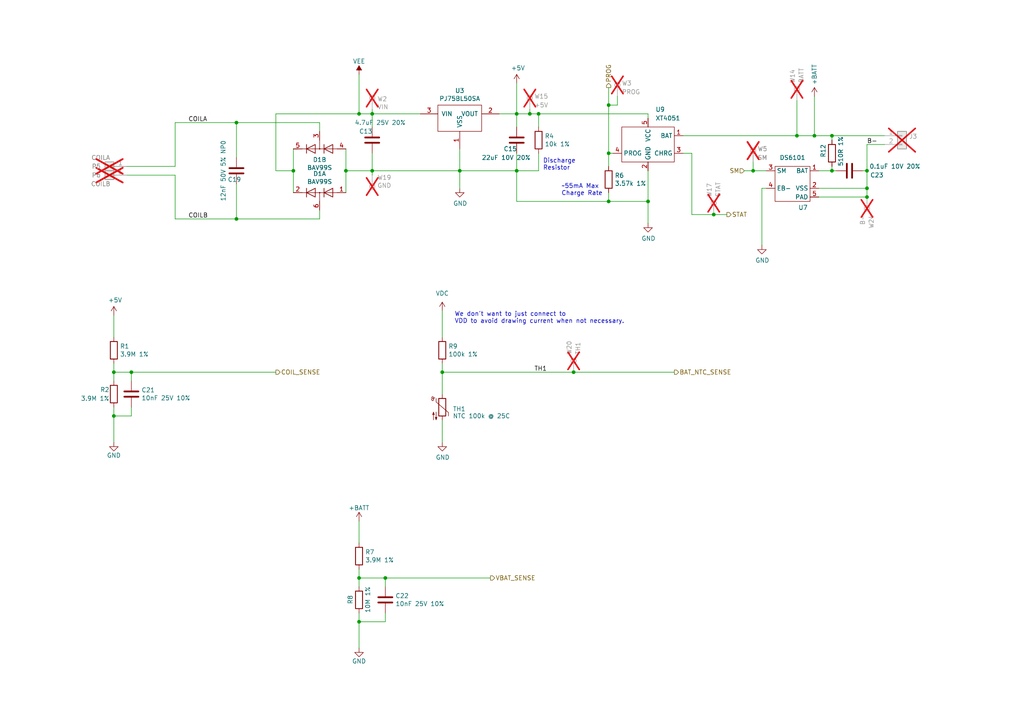
<source format=kicad_sch>
(kicad_sch (version 20250114) (generator "eeschema") (generator_version "9.0")
  (paper "A4")
  (title_block (title "Pixels D20 Schematic, Main") (date "2022-08-26") (rev "13") (company "Systemic Games, LLC") (comment 1 "Wireless Charging Circuitry"))
  (lib_symbols
    (symbol "Connector_Generic:Conn_01x01" (pin_names (offset 1.016) (hide yes))
      (property "Reference" "J" (at 0 2.54 0))
      (property "Value" "Conn_01x01" (at 0 -2.54 0))
      (symbol "Conn_01x01_1_1"
        (rectangle (start -1.27 1.27) (end 1.27 -1.27) (stroke (width 0.254)) (fill (type background)))
        (rectangle (start -1.27 0.127) (end 0 -0.127) (stroke (width 0.1524)))
        (pin passive line (at -5.08 0 0) (length 3.81) (name "Pin_1") (number "1"))
      )
    )
    (symbol "Connector_Generic:Conn_01x02" (pin_names (offset 1.016) (hide yes))
      (property "Reference" "J" (at 0 2.54 0))
      (property "Value" "Conn_01x02" (at 0 -5.08 0))
      (symbol "Conn_01x02_1_1"
        (rectangle (start -1.27 1.27) (end 1.27 -3.81) (stroke (width 0.254)) (fill (type background)))
        (rectangle (start -1.27 0.127) (end 0 -0.127) (stroke (width 0.1524)))
        (rectangle (start -1.27 -2.413) (end 0 -2.667) (stroke (width 0.1524)))
        (pin passive line (at -5.08 0 0) (length 3.81) (name "Pin_1") (number "1"))
        (pin passive line (at -5.08 -2.54 0) (length 3.81) (name "Pin_2") (number "2"))
      )
    )
    (symbol "Device:C" (pin_numbers (hide yes)) (pin_names (offset 0.254))
      (property "Reference" "C" (at 0.635 2.54 0))
      (property "Value" "C" (at 0.635 -2.54 0))
      (symbol "C_0_1"
        (polyline (pts (xy -2.032 0.762) (xy 2.032 0.762)) (stroke (width 0.508)))
        (polyline (pts (xy -2.032 -0.762) (xy 2.032 -0.762)) (stroke (width 0.508)))
      )
      (symbol "C_1_1"
        (pin passive line (at 0 3.81 270) (length 2.794) (name "~") (number "1"))
        (pin passive line (at 0 -3.81 90) (length 2.794) (name "~") (number "2"))
      )
    )
    (symbol "Device:R" (pin_numbers (hide yes)) (pin_names (offset 0))
      (property "Reference" "R" (at 2.032 0 90))
      (property "Value" "R" (at 0 0 90))
      (symbol "R_0_1"
        (rectangle (start -1.016 -2.54) (end 1.016 2.54) (stroke (width 0.254)))
      )
      (symbol "R_1_1"
        (pin passive line (at 0 3.81 270) (length 1.27) (name "~") (number "1"))
        (pin passive line (at 0 -3.81 90) (length 1.27) (name "~") (number "2"))
      )
    )
    (symbol "Device:Thermistor_NTC" (pin_numbers (hide yes)) (pin_names (offset 0))
      (property "Reference" "TH" (at -4.445 0 90))
      (property "Value" "Thermistor_NTC" (at 3.175 0 90))
      (symbol "Thermistor_NTC_0_1"
        (arc (start -3.175 2.413) (mid -3.0506 2.3165) (end -3.048 2.159))
        (arc (start -3.048 2.794) (mid -2.9736 2.9736) (end -2.794 3.048))
        (arc (start -2.794 3.048) (mid -2.6144 2.9736) (end -2.54 2.794))
        (arc (start -2.794 2.54) (mid -2.9736 2.6144) (end -3.048 2.794))
        (arc (start -2.794 1.905) (mid -2.9736 1.9794) (end -3.048 2.159))
        (arc (start -2.54 2.159) (mid -2.6144 1.9794) (end -2.794 1.905))
        (arc (start -2.159 2.794) (mid -2.434 2.5608) (end -2.794 2.54))
        (polyline (pts (xy -2.54 2.159) (xy -2.54 2.794)))
        (polyline (pts (xy -2.54 -3.683) (xy -2.54 -1.397) (xy -2.794 -2.159) (xy -2.286 -2.159) (xy -2.54 -1.397) (xy -2.54 -1.651)) (fill (type outline)))
        (polyline (pts (xy -1.778 2.54) (xy -1.778 1.524) (xy 1.778 -1.524) (xy 1.778 -2.54)))
        (polyline (pts (xy -1.778 -1.397) (xy -1.778 -3.683) (xy -2.032 -2.921) (xy -1.524 -2.921) (xy -1.778 -3.683) (xy -1.778 -3.429)) (fill (type outline)))
        (rectangle (start -1.016 2.54) (end 1.016 -2.54) (stroke (width 0.254)))
      )
      (symbol "Thermistor_NTC_1_1"
        (pin passive line (at 0 3.81 270) (length 1.27) (name "~") (number "1"))
        (pin passive line (at 0 -3.81 90) (length 1.27) (name "~") (number "2"))
      )
    )
    (symbol "Pixels-dice:BAV99S-diode" (pin_names (offset 0.0254) (hide yes))
      (property "Reference" "D" (at 0 2.54 0))
      (property "Value" "BAV99S-diode" (at 0 5.08 0))
      (symbol "BAV99S-diode_0_1"
        (polyline (pts (xy -5.08 0) (xy 5.08 0)))
        (polyline (pts (xy -3.81 1.27) (xy -1.27 0) (xy -3.81 -1.27) (xy -3.81 1.27) (xy -3.81 1.27) (xy -3.81 1.27)) (stroke (width 0.2032)))
        (polyline (pts (xy -1.27 -1.27) (xy -1.27 1.27) (xy -1.27 1.27)) (stroke (width 0.2032)))
        (polyline (pts (xy 0 0) (xy 0 -2.54)))
        (circle (center 0 0) (radius 0.127))
        (polyline (pts (xy 1.27 1.27) (xy 3.81 0) (xy 1.27 -1.27) (xy 1.27 1.27) (xy 1.27 1.27) (xy 1.27 1.27)) (stroke (width 0.2032)))
        (polyline (pts (xy 3.81 1.27) (xy 3.81 -1.27) (xy 3.81 -1.27)) (stroke (width 0.2032)))
      )
      (symbol "BAV99S-diode_1_1"
        (polyline (pts (xy 6.35 0) (xy 7.62 0)))
        (pin passive line (at -7.62 0 0) (length 2.54) (name "A1") (number "1"))
        (pin passive line (at 0 -5.08 90) (length 2.54) (name "K3A4") (number "6"))
        (pin passive line (at 7.62 0 180) (length 2.54) (name "K2") (number "2"))
      )
      (symbol "BAV99S-diode_2_1"
        (polyline (pts (xy 6.35 0) (xy 7.62 0)))
        (pin passive line (at -7.62 0 0) (length 2.54) (name "A3") (number "4"))
        (pin passive line (at 0 -5.08 90) (length 2.54) (name "K1A2") (number "3"))
        (pin passive line (at 7.62 0 180) (length 2.54) (name "K4") (number "5"))
      )
    )
    (symbol "Pixels-dice:DS6101"
      (property "Reference" "U" (at 3.556 -6.35 0))
      (property "Value" "DS6101" (at 0 0 0))
      (symbol "DS6101_0_1"
        (rectangle (start -5.08 5.08) (end 5.08 -5.08))
      )
      (symbol "DS6101_1_1"
        (pin input line (at -7.62 3.81 0) (length 2.54) (name "SM") (number "3"))
        (pin input line (at -7.62 -1.27 0) (length 2.54) (name "EB-") (number "4"))
        (pin power_in line (at 7.62 3.81 180) (length 2.54) (name "BAT") (number "1"))
        (pin power_in line (at 7.62 -1.27 180) (length 2.54) (name "VSS") (number "2"))
        (pin free line (at 7.62 -3.81 180) (length 2.54) (name "PAD") (number "5"))
      )
    )
    (symbol "Pixels-dice:HX6306P502MR" (pin_names (offset 1.016))
      (property "Reference" "U" (at 3.81 -6.35 0))
      (property "Value" "HX6306P502MR" (at 0 3.81 0))
      (symbol "HX6306P502MR_0_1"
        (rectangle (start -6.35 2.54) (end 6.35 -5.08))
      )
      (symbol "HX6306P502MR_1_1"
        (pin power_in line (at -11.43 0 0) (length 5.08) (name "VIN") (number "3"))
        (pin power_in line (at 0 -10.16 90) (length 5.08) (name "VSS") (number "1"))
        (pin power_out line (at 11.43 0 180) (length 5.08) (name "VOUT") (number "2"))
      )
    )
    (symbol "Pixels-dice:TEST_1P-conn" (pin_numbers (hide yes)) (pin_names (offset 0.762) (hide yes))
      (property "Reference" "W" (at 0 6.858 0))
      (property "Value" "TEST_1P-conn" (at 0 5.08 0))
      (symbol "TEST_1P-conn_0_1"
        (circle (center 0 3.302) (radius 0.762))
      )
      (symbol "TEST_1P-conn_1_1"
        (pin passive line (at 0 0 90) (length 2.54) (name "1") (number "1"))
      )
    )
    (symbol "Pixels-dice:XT4051"
      (property "Reference" "U" (at 5.334 -6.35 0))
      (property "Value" "XT4051" (at 0 1.27 0))
      (symbol "XT4051_0_1"
        (rectangle (start -7.62 5.08) (end 7.62 -5.08))
      )
      (symbol "XT4051_1_1"
        (pin input line (at -10.16 -2.54 0) (length 2.54) (name "PROG") (number "4"))
        (pin power_in line (at 0 7.62 270) (length 2.54) (name "VCC") (number "5"))
        (pin power_in line (at 0 -7.62 90) (length 2.54) (name "GND") (number "2"))
        (pin power_out line (at 10.16 2.54 180) (length 2.54) (name "BAT") (number "1"))
        (pin output line (at 10.16 -2.54 180) (length 2.54) (name "CHRG") (number "3"))
      )
    )
    (symbol "power:+5V" (power) (pin_names (offset 0))
      (property "Value" "+5V" (at 0 3.556 0))
      (symbol "+5V_0_1"
        (polyline (pts (xy -0.762 1.27) (xy 0 2.54)))
        (polyline (pts (xy 0 2.54) (xy 0.762 1.27)))
        (polyline (pts (xy 0 0) (xy 0 2.54)))
      )
      (symbol "+5V_1_1"
        (pin power_in line (at 0 0 90) (length 0) (hide yes) (name "+5V") (number "1"))
      )
    )
    (symbol "power:+BATT" (power) (pin_names (offset 0))
      (property "Value" "+BATT" (at 0 3.556 0))
      (symbol "+BATT_0_1"
        (polyline (pts (xy -0.762 1.27) (xy 0 2.54)))
        (polyline (pts (xy 0 2.54) (xy 0.762 1.27)))
        (polyline (pts (xy 0 0) (xy 0 2.54)))
      )
      (symbol "+BATT_1_1"
        (pin power_in line (at 0 0 90) (length 0) (hide yes) (name "+BATT") (number "1"))
      )
    )
    (symbol "power:GND" (power) (pin_names (offset 0))
      (property "Value" "GND" (at 0 -3.81 0))
      (symbol "GND_0_1"
        (polyline (pts (xy 0 0) (xy 0 -1.27) (xy 1.27 -1.27) (xy 0 -2.54) (xy -1.27 -1.27) (xy 0 -1.27)))
      )
      (symbol "GND_1_1"
        (pin power_in line (at 0 0 270) (length 0) (hide yes) (name "GND") (number "1"))
      )
    )
    (symbol "power:VDC" (power) (pin_numbers (hide yes)) (pin_names (offset 0) (hide yes))
      (property "Value" "VDC" (at 0 3.556 0))
      (symbol "VDC_0_1"
        (polyline (pts (xy -0.762 1.27) (xy 0 2.54)))
        (polyline (pts (xy 0 2.54) (xy 0.762 1.27)))
        (polyline (pts (xy 0 0) (xy 0 2.54)))
      )
      (symbol "VDC_1_1"
        (pin power_in line (at 0 0 90) (length 0) (name "~") (number "1"))
      )
    )
    (symbol "power:VEE" (power) (pin_names (offset 0))
      (property "Value" "VEE" (at 0 3.81 0))
      (symbol "VEE_0_1"
        (polyline (pts (xy 0 0) (xy 0 2.54)))
        (polyline (pts (xy 0.762 1.27) (xy -0.762 1.27) (xy 0 2.54) (xy 0.762 1.27)) (fill (type outline)))
      )
      (symbol "VEE_1_1"
        (pin power_in line (at 0 0 90) (length 0) (hide yes) (name "VEE") (number "1"))
      )
    )
  )
  (text "Discharge\nResistor" (at 157.48 49.53 0) (effects (font (size 1.27 1.27)) (justify left bottom)))
  (text "We don't want to just connect to\nVDD to avoid drawing current when not necessary." (at 131.826 93.98 0) (effects (font (size 1.27 1.27)) (justify left bottom)))
  (text "~55mA Max\nCharge Rate" (at 162.814 56.896 0) (effects (font (size 1.27 1.27)) (justify left bottom)))
  (junction (at 251.46 49.53))
  (junction (at 149.86 33.02))
  (junction (at 166.37 107.95))
  (junction (at 104.14 167.64))
  (junction (at 100.33 49.53))
  (junction (at 236.22 39.37))
  (junction (at 218.44 49.53))
  (junction (at 231.14 39.37))
  (junction (at 241.3 39.37))
  (junction (at 85.09 49.53))
  (junction (at 128.27 107.95))
  (junction (at 251.46 54.61))
  (junction (at 111.76 167.64))
  (junction (at 68.58 35.56))
  (junction (at 156.21 33.02))
  (junction (at 207.01 62.23))
  (junction (at 251.46 57.15))
  (junction (at 107.95 33.02))
  (junction (at 68.58 63.5))
  (junction (at 187.96 58.42))
  (junction (at 176.53 58.42))
  (junction (at 38.1 107.95))
  (junction (at 153.67 33.02))
  (junction (at 107.95 49.53))
  (junction (at 176.53 30.48))
  (junction (at 176.53 44.45))
  (junction (at 149.86 49.53))
  (junction (at 33.02 120.65))
  (junction (at 104.14 33.02))
  (junction (at 133.35 49.53))
  (junction (at 33.02 107.95))
  (junction (at 241.3 49.53))
  (junction (at 104.14 180.34))
  (wire (pts (xy 250.19 49.53) (xy 251.46 49.53)))
  (wire (pts (xy 38.1 118.11) (xy 38.1 120.65)))
  (wire (pts (xy 241.3 49.53) (xy 237.49 49.53)))
  (wire (pts (xy 156.21 44.45) (xy 156.21 49.53)))
  (wire (pts (xy 241.3 39.37) (xy 256.54 39.37)))
  (wire (pts (xy 187.96 34.29) (xy 187.96 33.02)))
  (wire (pts (xy 179.07 27.94) (xy 179.07 30.48)))
  (wire (pts (xy 200.66 44.45) (xy 198.12 44.45)))
  (wire (pts (xy 251.46 41.91) (xy 251.46 49.53)))
  (wire (pts (xy 176.53 25.4) (xy 176.53 30.48)))
  (wire (pts (xy 111.76 167.64) (xy 104.14 167.64)))
  (wire (pts (xy 68.58 53.34) (xy 68.58 63.5)))
  (wire (pts (xy 104.14 21.59) (xy 104.14 33.02)))
  (wire (pts (xy 218.44 46.99) (xy 218.44 49.53)))
  (wire (pts (xy 33.02 105.41) (xy 33.02 107.95)))
  (wire (pts (xy 80.01 33.02) (xy 104.14 33.02)))
  (wire (pts (xy 36.83 48.26) (xy 50.8 48.26)))
  (wire (pts (xy 38.1 107.95) (xy 80.01 107.95)))
  (wire (pts (xy 133.35 49.53) (xy 133.35 54.61)))
  (wire (pts (xy 166.37 107.95) (xy 195.58 107.95)))
  (wire (pts (xy 33.02 97.79) (xy 33.02 91.44)))
  (wire (pts (xy 68.58 45.72) (xy 68.58 35.56)))
  (wire (pts (xy 68.58 63.5) (xy 92.71 63.5)))
  (wire (pts (xy 111.76 177.8) (xy 111.76 180.34)))
  (wire (pts (xy 36.83 50.8) (xy 50.8 50.8)))
  (wire (pts (xy 231.14 29.21) (xy 231.14 39.37)))
  (wire (pts (xy 104.14 180.34) (xy 104.14 187.96)))
  (wire (pts (xy 107.95 44.45) (xy 107.95 49.53)))
  (wire (pts (xy 149.86 24.13) (xy 149.86 33.02)))
  (wire (pts (xy 251.46 41.91) (xy 256.54 41.91)))
  (wire (pts (xy 241.3 39.37) (xy 241.3 40.64)))
  (wire (pts (xy 50.8 35.56) (xy 50.8 48.26)))
  (wire (pts (xy 128.27 90.17) (xy 128.27 97.79)))
  (wire (pts (xy 231.14 39.37) (xy 236.22 39.37)))
  (wire (pts (xy 33.02 110.49) (xy 33.02 107.95)))
  (wire (pts (xy 104.14 167.64) (xy 104.14 170.18)))
  (wire (pts (xy 33.02 118.11) (xy 33.02 120.65)))
  (wire (pts (xy 218.44 49.53) (xy 222.25 49.53)))
  (wire (pts (xy 33.02 107.95) (xy 38.1 107.95)))
  (wire (pts (xy 153.67 33.02) (xy 156.21 33.02)))
  (wire (pts (xy 187.96 58.42) (xy 187.96 64.77)))
  (wire (pts (xy 237.49 57.15) (xy 251.46 57.15)))
  (wire (pts (xy 149.86 49.53) (xy 149.86 58.42)))
  (wire (pts (xy 200.66 62.23) (xy 207.01 62.23)))
  (wire (pts (xy 107.95 49.53) (xy 133.35 49.53)))
  (wire (pts (xy 176.53 44.45) (xy 176.53 48.26)))
  (wire (pts (xy 133.35 43.18) (xy 133.35 49.53)))
  (wire (pts (xy 198.12 39.37) (xy 231.14 39.37)))
  (wire (pts (xy 200.66 44.45) (xy 200.66 62.23)))
  (wire (pts (xy 100.33 43.18) (xy 100.33 49.53)))
  (wire (pts (xy 251.46 49.53) (xy 251.46 54.61)))
  (wire (pts (xy 236.22 27.94) (xy 236.22 39.37)))
  (wire (pts (xy 177.8 44.45) (xy 176.53 44.45)))
  (wire (pts (xy 241.3 39.37) (xy 236.22 39.37)))
  (wire (pts (xy 111.76 167.64) (xy 142.24 167.64)))
  (wire (pts (xy 107.95 50.8) (xy 107.95 49.53)))
  (wire (pts (xy 176.53 30.48) (xy 176.53 44.45)))
  (wire (pts (xy 107.95 49.53) (xy 100.33 49.53)))
  (wire (pts (xy 220.98 54.61) (xy 222.25 54.61)))
  (wire (pts (xy 156.21 33.02) (xy 187.96 33.02)))
  (wire (pts (xy 85.09 49.53) (xy 80.01 49.53)))
  (wire (pts (xy 241.3 49.53) (xy 242.57 49.53)))
  (wire (pts (xy 128.27 107.95) (xy 166.37 107.95)))
  (wire (pts (xy 68.58 35.56) (xy 92.71 35.56)))
  (wire (pts (xy 149.86 33.02) (xy 153.67 33.02)))
  (wire (pts (xy 107.95 31.75) (xy 107.95 33.02)))
  (wire (pts (xy 80.01 49.53) (xy 80.01 33.02)))
  (wire (pts (xy 50.8 63.5) (xy 50.8 50.8)))
  (wire (pts (xy 92.71 60.96) (xy 92.71 63.5)))
  (wire (pts (xy 104.14 33.02) (xy 107.95 33.02)))
  (wire (pts (xy 176.53 58.42) (xy 187.96 58.42)))
  (wire (pts (xy 128.27 107.95) (xy 128.27 114.3)))
  (wire (pts (xy 111.76 167.64) (xy 111.76 170.18)))
  (wire (pts (xy 179.07 30.48) (xy 176.53 30.48)))
  (wire (pts (xy 149.86 58.42) (xy 176.53 58.42)))
  (wire (pts (xy 107.95 33.02) (xy 121.92 33.02)))
  (wire (pts (xy 85.09 43.18) (xy 85.09 49.53)))
  (wire (pts (xy 133.35 49.53) (xy 149.86 49.53)))
  (wire (pts (xy 215.9 49.53) (xy 218.44 49.53)))
  (wire (pts (xy 104.14 165.1) (xy 104.14 167.64)))
  (wire (pts (xy 156.21 49.53) (xy 149.86 49.53)))
  (wire (pts (xy 251.46 57.15) (xy 251.46 54.61)))
  (wire (pts (xy 149.86 49.53) (xy 149.86 44.45)))
  (wire (pts (xy 176.53 55.88) (xy 176.53 58.42)))
  (wire (pts (xy 50.8 63.5) (xy 68.58 63.5)))
  (wire (pts (xy 241.3 48.26) (xy 241.3 49.53)))
  (wire (pts (xy 187.96 49.53) (xy 187.96 58.42)))
  (wire (pts (xy 100.33 49.53) (xy 100.33 55.88)))
  (wire (pts (xy 92.71 38.1) (xy 92.71 35.56)))
  (wire (pts (xy 50.8 35.56) (xy 68.58 35.56)))
  (wire (pts (xy 33.02 120.65) (xy 33.02 128.27)))
  (wire (pts (xy 104.14 151.13) (xy 104.14 157.48)))
  (wire (pts (xy 128.27 105.41) (xy 128.27 107.95)))
  (wire (pts (xy 251.46 54.61) (xy 237.49 54.61)))
  (wire (pts (xy 38.1 120.65) (xy 33.02 120.65)))
  (wire (pts (xy 220.98 54.61) (xy 220.98 71.12)))
  (wire (pts (xy 107.95 33.02) (xy 107.95 36.83)))
  (wire (pts (xy 128.27 121.92) (xy 128.27 128.27)))
  (wire (pts (xy 38.1 110.49) (xy 38.1 107.95)))
  (wire (pts (xy 104.14 177.8) (xy 104.14 180.34)))
  (wire (pts (xy 85.09 49.53) (xy 85.09 55.88)))
  (wire (pts (xy 149.86 33.02) (xy 149.86 36.83)))
  (wire (pts (xy 153.67 31.75) (xy 153.67 33.02)))
  (wire (pts (xy 144.78 33.02) (xy 149.86 33.02)))
  (wire (pts (xy 207.01 62.23) (xy 210.82 62.23)))
  (wire (pts (xy 156.21 33.02) (xy 156.21 36.83)))
  (wire (pts (xy 111.76 180.34) (xy 104.14 180.34)))
  (label "TH1" (at 154.94 107.95 0))
  (label "COILB" (at 54.61 63.5 0))
  (label "COILA" (at 54.61 35.56 0))
  (label "B-" (at 251.46 41.91 0))
  (hierarchical_label "SM" (shape input) (at 215.9 49.53 180))
  (hierarchical_label "BAT_NTC_SENSE" (shape output) (at 195.58 107.95 0))
  (hierarchical_label "VBAT_SENSE" (shape output) (at 142.24 167.64 0))
  (hierarchical_label "COIL_SENSE" (shape output) (at 80.01 107.95 0))
  (hierarchical_label "STAT" (shape output) (at 210.82 62.23 0))
  (hierarchical_label "PROG" (shape output) (at 176.53 25.4 90))
  (symbol (lib_id "power:GND") (at 220.98 71.12 0) (unit 1)
    (property "Reference" "#PWR052" (effects (hide yes)))
    (property "Value" "GND" (at 221.107 75.5142 0))
  )
  (symbol (lib_id "power:+BATT") (at 236.22 27.94 0) (unit 1)
    (property "Reference" "#PWR020" (effects (hide yes)))
    (property "Value" "+BATT" (at 236.22 21.59 90))
  )
  (symbol (lib_id "Pixels-dice:TEST_1P-conn") (at 107.95 31.75 0) (unit 1) (in_bom no) (dnp yes)
    (property "Reference" "W2" (at 109.4232 28.702 0) (effects (justify left)))
    (property "Value" "VIN" (at 109.4232 31.0134 0) (effects (justify left)))
    (property "Footprint" "Pixels-dice:TEST_PIN" (effects (hide yes)))
    (property "Generic OK" "N/A" (effects (hide yes)))
  )
  (symbol (lib_id "Device:R") (at 128.27 101.6 0) (unit 1)
    (property "Reference" "R9" (at 130.048 100.4316 0) (effects (justify left)))
    (property "Value" "100k 1%" (at 130.048 102.743 0) (effects (justify left)))
    (property "Footprint" "Resistor_SMD:R_0201_0603Metric" (effects (hide yes)))
    (property "Generic OK" "YES" (effects (hide yes)))
    (property "Manufacturer" "UNI-ROYAL(Uniroyal Elec)" (effects (hide yes)))
    (property "Part Number" "0201WMF1003TEE" (effects (hide yes)))
    (property "LCSC Part #" "C270364" (effects (hide yes)))
  )
  (symbol (lib_id "power:+5V") (at 149.86 24.13 0) (unit 1)
    (property "Reference" "#PWR019" (effects (hide yes)))
    (property "Value" "+5V" (at 150.241 19.7358 0))
  )
  (symbol (lib_id "Device:R") (at 156.21 40.64 0) (unit 1)
    (property "Reference" "R4" (at 157.988 39.4716 0) (effects (justify left)))
    (property "Value" "10k 1%" (at 157.988 41.783 0) (effects (justify left)))
    (property "Footprint" "Resistor_SMD:R_0201_0603Metric" (effects (hide yes)))
    (property "Generic OK" "YES" (effects (hide yes)))
    (property "Manufacturer" "UNI-ROYAL(Uniroyal Elec)" (effects (hide yes)))
    (property "Part Number" "0201WMF1002TEE" (effects (hide yes)))
    (property "LCSC Part #" "C473048" (effects (hide yes)))
  )
  (symbol (lib_id "Device:Thermistor_NTC") (at 128.27 118.11 0) (unit 1)
    (property "Reference" "TH1" (at 131.318 118.618 0) (effects (justify left)))
    (property "Value" "NTC 100k @ 25C" (at 131.318 120.65 0) (effects (justify left)))
    (property "Footprint" "Resistor_SMD:R_0201_0603Metric" (effects (hide yes)))
    (property "Generic OK" "NO" (effects (hide yes)))
    (property "Manufacturer" "muRata " (effects (hide yes)))
    (property "Part Number" "NCP03WF104F05RL " (effects (hide yes)))
    (property "LCSC Part #" "C107344" (effects (hide yes)))
  )
  (symbol (lib_id "power:VEE") (at 104.14 21.59 0) (unit 1)
    (property "Reference" "#PWR013" (effects (hide yes)))
    (property "Value" "VEE" (at 104.14 17.78 0))
  )
  (symbol (lib_id "power:+5V") (at 33.02 91.44 0) (unit 1)
    (property "Reference" "#PWR057" (effects (hide yes)))
    (property "Value" "+5V" (at 33.401 87.0458 0))
  )
  (symbol (lib_id "Device:C") (at 68.58 49.53 0) (unit 1)
    (property "Reference" "C19" (at 66.04 52.07 0) (effects (justify left)))
    (property "Value" "12nF 50V 5% NP0" (at 64.77 58.42 90) (effects (justify left)))
    (property "Footprint" "Capacitor_SMD:C_0805_2012Metric" (effects (hide yes)))
    (property "Generic OK" "NO" (effects (hide yes)))
    (property "Pixels Part Number" "SMD-C011" (effects (hide yes)))
    (property "Manufacturer" "Murata" (effects (hide yes)))
    (property "Part Number" "GRM2195C1H123JA01D" (effects (hide yes)))
  )
  (symbol (lib_id "Device:C") (at 246.38 49.53 90) (unit 1)
    (property "Reference" "C23" (at 256.286 50.8 90) (effects (justify left)))
    (property "Value" "0.1uF 10V 20%" (at 266.954 48.26 90) (effects (justify left)))
    (property "Footprint" "Capacitor_SMD:C_0201_0603Metric" (effects (hide yes)))
    (property "Generic OK" "YES" (effects (hide yes)))
    (property "Manufacturer" "HRE" (effects (hide yes)))
    (property "Part Number" "CGA0201X5R104K100ET" (effects (hide yes)))
    (property "LCSC Part #" "C6119757" (effects (hide yes)))
  )
  (symbol (lib_id "power:GND") (at 133.35 54.61 0) (unit 1)
    (property "Reference" "#PWR017" (effects (hide yes)))
    (property "Value" "GND" (at 133.477 59.0042 0))
  )
  (symbol (lib_id "Pixels-dice:DS6101") (at 229.87 53.34 0) (unit 1)
    (property "Reference" "U7" (at 232.918 60.198 0))
    (property "Value" "DS6101" (at 229.87 45.72 0))
    (property "Footprint" "Package_DFN_QFN:UDFN-4-1EP_1x1mm_P0.65mm_EP0.48x0.48mm" (effects (hide yes)))
    (property "Manufacturer" "DSTECH" (effects (hide yes)))
    (property "Part Number" " DS6101AED4" (effects (hide yes)))
    (property "LCSC Part #" "C7499469" (effects (hide yes)))
  )
  (symbol (lib_id "Device:R") (at 176.53 52.07 0) (unit 1)
    (property "Reference" "R6" (at 178.308 50.9016 0) (effects (justify left)))
    (property "Value" "3.57k 1%" (at 178.308 53.213 0) (effects (justify left)))
    (property "Footprint" "Resistor_SMD:R_0201_0603Metric" (effects (hide yes)))
    (property "Generic OK" "YES" (effects (hide yes)))
    (property "Manufacturer" "UNI-ROYAL(Uniroyal Elec)" (effects (hide yes)))
    (property "Part Number" "0201WMF3571TEE" (effects (hide yes)))
  )
  (symbol (lib_id "Pixels-dice:TEST_1P-conn") (at 251.46 57.15 180) (unit 1) (in_bom no) (dnp yes)
    (property "Reference" "W24" (at 252.73 62.23 90) (effects (justify left)))
    (property "Value" "B-" (at 250.19 62.23 90) (effects (justify left)))
    (property "Footprint" "Pixels-dice:TEST_PIN" (effects (hide yes)))
    (property "Generic OK" "N/A" (effects (hide yes)))
  )
  (symbol (lib_id "Device:R") (at 104.14 161.29 0) (unit 1)
    (property "Reference" "R7" (at 105.918 160.1216 0) (effects (justify left)))
    (property "Value" "3.9M 1%" (at 105.918 162.433 0) (effects (justify left)))
    (property "Footprint" "Resistor_SMD:R_0201_0603Metric" (effects (hide yes)))
    (property "Generic OK" "YES" (effects (hide yes)))
    (property "Manufacturer" "UNI-ROYAL(Uniroyal Elec)" (effects (hide yes)))
    (property "Part Number" "0201WMF3904TEE" (effects (hide yes)))
    (property "Alternate Manufacturer" "RALEC" (effects (hide yes)))
    (property "Alternate PN" "RTT013904FTH" (effects (hide yes)))
    (property "Alternate LCSC Part #" "C166210" (effects (hide yes)))
    (property "LCSC Part #" "C423545" (effects (hide yes)))
  )
  (symbol (lib_id "power:+BATT") (at 104.14 151.13 0) (unit 1)
    (property "Reference" "#PWR058" (effects (hide yes)))
    (property "Value" "+BATT" (at 104.14 147.32 0))
  )
  (symbol (lib_id "Device:R") (at 104.14 173.99 0) (unit 1)
    (property "Reference" "R8" (at 101.6 175.26 90) (effects (justify left)))
    (property "Value" "10M 1%" (at 106.68 177.8 90) (effects (justify left)))
    (property "Footprint" "Resistor_SMD:R_0201_0603Metric" (effects (hide yes)))
    (property "Generic OK" "YES" (effects (hide yes)))
    (property "Manufacturer" "UNI-ROYAL(Uniroyal Elec)" (effects (hide yes)))
    (property "Part Number" "0201WMF1005TEE" (effects (hide yes)))
    (property "LCSC Part #" "C423797" (effects (hide yes)))
  )
  (symbol (lib_id "Pixels-dice:HX6306P502MR") (at 133.35 33.02 0) (unit 1)
    (property "Reference" "U3" (at 133.35 26.289 0))
    (property "Value" "PJ75BL50SA" (at 133.35 28.6004 0))
    (property "Footprint" "Pixels-dice:SOT-23" (effects (hide yes)))
    (property "Manufacturer" "PJSEMI" (effects (hide yes)))
    (property "Manufacturer Part Number" "PJ75BL50SA" (effects (hide yes)))
    (property "Generic OK" "NO" (effects (hide yes)))
    (property "Part Number" "PJ75BL50SA" (effects (hide yes)))
  )
  (symbol (lib_id "Device:R") (at 33.02 101.6 0) (unit 1)
    (property "Reference" "R1" (at 34.798 100.4316 0) (effects (justify left)))
    (property "Value" "3.9M 1%" (at 34.798 102.743 0) (effects (justify left)))
    (property "Footprint" "Resistor_SMD:R_0201_0603Metric" (effects (hide yes)))
    (property "Generic OK" "YES" (effects (hide yes)))
    (property "Manufacturer" "UNI-ROYAL(Uniroyal Elec)" (effects (hide yes)))
    (property "Part Number" "0201WMF3904TEE" (effects (hide yes)))
    (property "Alternate Manufacturer" "RALEC" (effects (hide yes)))
    (property "Alternate PN" "RTT013904FTH" (effects (hide yes)))
    (property "Alternate LCSC Part #" "C166210" (effects (hide yes)))
    (property "LCSC Part #" "C423545" (effects (hide yes)))
  )
  (symbol (lib_id "Device:R") (at 33.02 114.3 180) (unit 1)
    (property "Reference" "R2" (at 31.75 113.03 0) (effects (justify left)))
    (property "Value" "3.9M 1%" (at 31.75 115.57 0) (effects (justify left)))
    (property "Footprint" "Resistor_SMD:R_0201_0603Metric" (effects (hide yes)))
    (property "Generic OK" "YES" (effects (hide yes)))
    (property "Manufacturer" "UNI-ROYAL(Uniroyal Elec)" (effects (hide yes)))
    (property "Part Number" "0201WMF3904TEE" (effects (hide yes)))
    (property "Alternate Manufacturer" "RALEC" (effects (hide yes)))
    (property "Alternate PN" "RTT013904FTH" (effects (hide yes)))
    (property "Alternate LCSC Part #" "C166210" (effects (hide yes)))
    (property "LCSC Part #" "C423545" (effects (hide yes)))
  )
  (symbol (lib_id "power:GND") (at 104.14 187.96 0) (unit 1)
    (property "Reference" "#PWR060" (effects (hide yes)))
    (property "Value" "GND" (at 104.14 191.77 0))
  )
  (symbol (lib_id "Device:C") (at 111.76 173.99 0) (unit 1)
    (property "Reference" "C22" (at 114.681 172.8216 0) (effects (justify left)))
    (property "Value" "10nF 25V 10%" (at 114.681 175.133 0) (effects (justify left)))
    (property "Footprint" "Capacitor_SMD:C_0201_0603Metric" (effects (hide yes)))
    (property "Generic OK" "YES" (effects (hide yes)))
    (property "Manufacturer" "HRE" (effects (hide yes)))
    (property "Part Number" "CGA0201X5R103K250ET" (effects (hide yes)))
    (property "Alternate Manufacturer" "Murata Electronics" (effects (hide yes)))
    (property "Alternate PN" "GRM033R71A103KA01D" (effects (hide yes)))
    (property "Alternate LCSC Part #" "C76941" (effects (hide yes)))
    (property "LCSC Part #" "C7503521" (effects (hide yes)))
  )
  (symbol (lib_id "Pixels-dice:TEST_1P-conn") (at 207.01 62.23 0) (unit 1) (in_bom no) (dnp yes)
    (property "Reference" "W17" (at 205.74 57.15 90) (effects (justify left)))
    (property "Value" "STAT" (at 208.28 57.15 90) (effects (justify left)))
    (property "Footprint" "Pixels-dice:TEST_PIN" (effects (hide yes)))
    (property "Generic OK" "N/A" (effects (hide yes)))
  )
  (symbol (lib_id "Device:R") (at 241.3 44.45 0) (unit 1)
    (property "Reference" "R12" (at 238.76 45.72 90) (effects (justify left)))
    (property "Value" "510R 1%" (at 243.84 48.26 90) (effects (justify left)))
    (property "Footprint" "Resistor_SMD:R_0201_0603Metric" (effects (hide yes)))
    (property "Generic OK" "YES" (effects (hide yes)))
    (property "Manufacturer" "UNI-ROYAL(Uniroyal Elec)" (effects (hide yes)))
    (property "Part Number" "NQ01WMJ0511TEE" (effects (hide yes)))
    (property "LCSC Part #" "C965307" (effects (hide yes)))
  )
  (symbol (lib_id "power:GND") (at 187.96 64.77 0) (unit 1)
    (property "Reference" "#PWR051" (effects (hide yes)))
    (property "Value" "GND" (at 188.087 69.1642 0))
  )
  (symbol (lib_id "Connector_Generic:Conn_01x02") (at 261.62 39.37 0) (unit 1) (in_bom no) (dnp yes)
    (property "Reference" "J3" (at 263.652 39.5732 0) (effects (justify left)))
    (property "Value" "Conn_01x02" (effects (hide yes)))
    (property "Footprint" "Pixels-dice:Hongjie 10100 Solder Tabs" (effects (hide yes)))
    (property "Generic OK" "N/A" (effects (hide yes)))
  )
  (symbol (lib_id "power:VDC") (at 128.27 90.17 0) (unit 1)
    (property "Reference" "#PWR015" (effects (hide yes)))
    (property "Value" "VDC" (at 128.27 85.09 0))
    (property "Description" "Power symbol creates a global label with name \"VDC\"" (effects (hide yes)))
  )
  (symbol (lib_id "Pixels-dice:XT4051") (at 187.96 41.91 0) (unit 1)
    (property "Reference" "U9" (at 190.1033 31.75 0) (effects (justify left)))
    (property "Value" "XT4051" (at 190.1033 34.29 0) (effects (justify left)))
    (property "Footprint" "Package_TO_SOT_SMD:SOT-553" (effects (hide yes)))
    (property "Manufacturer" "NATLINEAR" (effects (hide yes)))
    (property "Part Number" "XT4051K421KR-G" (effects (hide yes)))
    (property "LCSC Part #" "C219186" (effects (hide yes)))
  )
  (symbol (lib_id "Device:C") (at 149.86 40.64 0) (unit 1)
    (property "Reference" "C15" (at 146.05 43.18 0) (effects (justify left)))
    (property "Value" "22uF 10V 20%" (at 139.7 45.72 0) (effects (justify left)))
    (property "Footprint" "Capacitor_SMD:C_0603_1608Metric" (effects (hide yes)))
    (property "Generic OK" "YES" (effects (hide yes)))
    (property "Manufacturer" "HRE" (effects (hide yes)))
    (property "Part Number" "CGA0603X5R226M100JT" (effects (hide yes)))
    (property "LCSC Part #" "C6119863" (effects (hide yes)))
  )
  (symbol (lib_id "Pixels-dice:TEST_1P-conn") (at 107.95 50.8 180) (unit 1) (in_bom no) (dnp yes)
    (property "Reference" "W19" (at 109.4232 51.4858 0) (effects (justify right)))
    (property "Value" "GND" (at 109.4232 53.7972 0) (effects (justify right)))
    (property "Footprint" "Pixels-dice:TEST_PIN" (effects (hide yes)))
    (property "Generic OK" "N/A" (effects (hide yes)))
  )
  (symbol (lib_id "Pixels-dice:TEST_1P-conn") (at 231.14 29.21 0) (unit 1) (in_bom no) (dnp yes)
    (property "Reference" "W14" (at 229.87 24.13 90) (effects (justify left)))
    (property "Value" "BATT" (at 232.41 24.13 90) (effects (justify left)))
    (property "Footprint" "Pixels-dice:TEST_PIN" (effects (hide yes)))
    (property "Generic OK" "N/A" (effects (hide yes)))
  )
  (symbol (lib_id "Connector_Generic:Conn_01x01") (at 31.75 50.8 180) (unit 1) (in_bom no) (dnp yes)
    (property "Reference" "P6" (at 27.94 50.8 0))
    (property "Value" "COILB" (at 29.21 53.34 0))
    (property "Footprint" "Pixels-dice:TestPoint_THTPad_D1.5mm_Drill0.7mm_nosilk" (effects (hide yes)))
    (property "Generic OK" "N/A" (effects (hide yes)))
  )
  (symbol (lib_id "Connector_Generic:Conn_01x01") (at 31.75 48.26 180) (unit 1) (in_bom no) (dnp yes)
    (property "Reference" "P5" (at 27.94 48.26 0))
    (property "Value" "COILA" (at 29.21 45.72 0))
    (property "Footprint" "Pixels-dice:TestPoint_THTPad_D1.5mm_Drill0.7mm_nosilk" (effects (hide yes)))
    (property "Generic OK" "N/A" (effects (hide yes)))
  )
  (symbol (lib_id "Pixels-dice:TEST_1P-conn") (at 153.67 31.75 0) (unit 1) (in_bom no) (dnp yes)
    (property "Reference" "W15" (at 154.94 27.94 0) (effects (justify left)))
    (property "Value" "+5V" (at 154.94 30.48 0) (effects (justify left)))
    (property "Footprint" "Pixels-dice:TEST_PIN" (effects (hide yes)))
    (property "Generic OK" "N/A" (effects (hide yes)))
  )
  (symbol (lib_id "Device:C") (at 107.95 40.64 0) (unit 1)
    (property "Reference" "C13" (at 104.14 38.1 0) (effects (justify left)))
    (property "Value" "4.7uF 25V 20%" (at 102.87 35.56 0) (effects (justify left)))
    (property "Footprint" "Capacitor_SMD:C_0402_1005Metric" (effects (hide yes)))
    (property "Generic OK" "YES" (effects (hide yes)))
    (property "Manufacturer" "HRE" (effects (hide yes)))
    (property "Part Number" "CGA0402X5R475M250GT" (effects (hide yes)))
    (property "LCSC Part #" "C6119795" (effects (hide yes)))
  )
  (symbol (lib_id "Pixels-dice:TEST_1P-conn") (at 166.37 107.95 0) (unit 1) (in_bom no) (dnp yes)
    (property "Reference" "W20" (at 165.1 102.87 90) (effects (justify left)))
    (property "Value" "TH1" (at 167.64 102.87 90) (effects (justify left)))
    (property "Footprint" "Pixels-dice:TEST_PIN" (effects (hide yes)))
    (property "Generic OK" "N/A" (effects (hide yes)))
  )
  (symbol (lib_id "Pixels-dice:TEST_1P-conn") (at 218.44 46.99 0) (unit 1) (in_bom no) (dnp yes)
    (property "Reference" "W5" (at 219.71 43.18 0) (effects (justify left)))
    (property "Value" "SM" (at 219.71 45.72 0) (effects (justify left)))
    (property "Footprint" "Pixels-dice:TEST_PIN" (effects (hide yes)))
    (property "Generic OK" "N/A" (effects (hide yes)))
  )
  (symbol (lib_id "Pixels-dice:TEST_1P-conn") (at 179.07 27.94 0) (unit 1) (in_bom no) (dnp yes)
    (property "Reference" "W3" (at 180.34 24.13 0) (effects (justify left)))
    (property "Value" "PROG" (at 180.34 26.67 0) (effects (justify left)))
    (property "Footprint" "Pixels-dice:TEST_PIN" (effects (hide yes)))
    (property "Generic OK" "N/A" (effects (hide yes)))
  )
  (symbol (lib_id "power:GND") (at 128.27 128.27 0) (unit 1)
    (property "Reference" "#PWR022" (effects (hide yes)))
    (property "Value" "GND" (at 128.397 132.6642 0))
  )
  (symbol (lib_id "Pixels-dice:BAV99S-diode") (at 92.71 43.18 180) (unit 2)
    (property "Reference" "D1" (at 92.71 46.3296 0))
    (property "Value" "BAV99S" (at 92.71 48.641 0))
    (property "Footprint" "Pixels-dice:SOT-363_SC-70-6" (effects (hide yes)))
    (property "Datasheet" "https://assets.nexperia.com/documents/data-sheet/BAV99_SER.pdf" (effects (hide yes)))
    (property "Generic OK" "YES" (effects (hide yes)))
    (property "Manufacturer" "Nexperia" (effects (hide yes)))
    (property "Part Number" "BAV99S,115" (effects (hide yes)))
    (property "LCSC Part #" "C96225" (effects (hide yes)))
  )
  (symbol (lib_id "power:GND") (at 33.02 128.27 0) (unit 1)
    (property "Reference" "#PWR059" (effects (hide yes)))
    (property "Value" "GND" (at 33.02 132.08 0))
  )
  (symbol (lib_id "Pixels-dice:BAV99S-diode") (at 92.71 55.88 0) (mirror y) (unit 1)
    (property "Reference" "D1" (at 92.71 50.3936 0))
    (property "Value" "BAV99S" (at 92.71 52.705 0))
    (property "Footprint" "Pixels-dice:SOT-363_SC-70-6" (effects (hide yes)))
    (property "Datasheet" "https://assets.nexperia.com/documents/data-sheet/BAV99_SER.pdf" (effects (hide yes)))
    (property "Generic OK" "YES" (effects (hide yes)))
    (property "Manufacturer" "Nexperia" (effects (hide yes)))
    (property "Part Number" "BAV99S,115" (effects (hide yes)))
    (property "LCSC Part #" "C96225" (effects (hide yes)))
  )
  (symbol (lib_id "Device:C") (at 38.1 114.3 0) (unit 1)
    (property "Reference" "C21" (at 41.021 113.1316 0) (effects (justify left)))
    (property "Value" "10nF 25V 10%" (at 41.021 115.443 0) (effects (justify left)))
    (property "Footprint" "Capacitor_SMD:C_0201_0603Metric" (effects (hide yes)))
    (property "Generic OK" "YES" (effects (hide yes)))
    (property "Manufacturer" "HRE" (effects (hide yes)))
    (property "Part Number" "CGA0201X5R103K250ET" (effects (hide yes)))
    (property "Alternate Manufacturer" "Murata Electronics" (effects (hide yes)))
    (property "Alternate PN" "GRM033R71A103KA01D" (effects (hide yes)))
    (property "Alternate LCSC Part #" "C76941" (effects (hide yes)))
    (property "LCSC Part #" "C7503521" (effects (hide yes)))
  )
)
</source>
